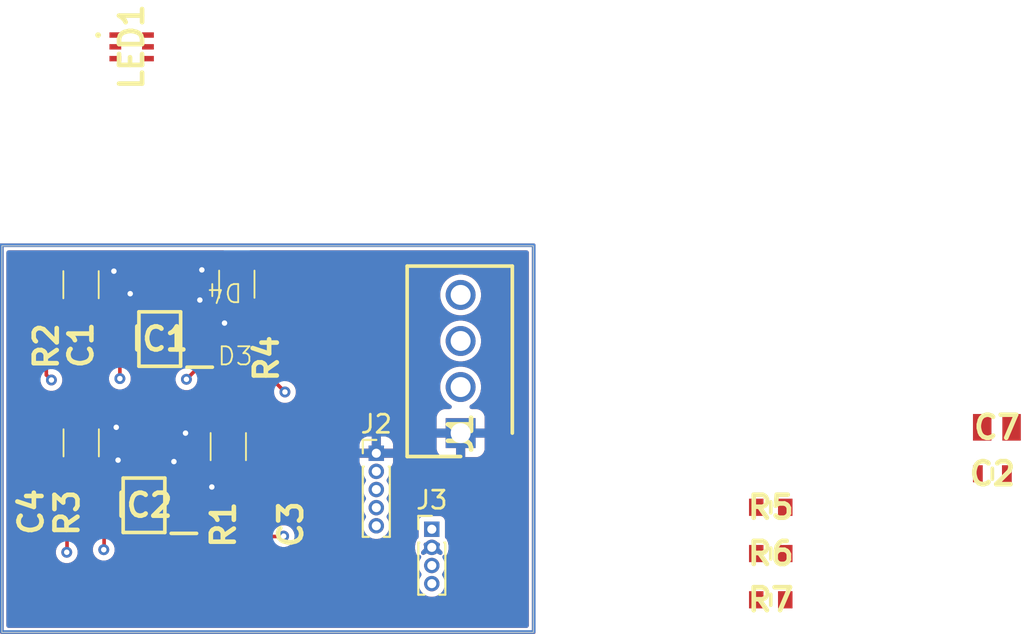
<source format=kicad_pcb>
(kicad_pcb (version 20241229) (generator "pcbnew") (generator_version "9.0")
  (layers (0 "F.Cu" signal) (4 "In1.Cu" signal) (6 "In2.Cu" signal) (2 "B.Cu" signal) (13 "F.Paste" user) (15 "B.Paste" user) (5 "F.SilkS" user "F.Silkscreen") (7 "B.SilkS" user "B.Silkscreen") (1 "F.Mask" user) (3 "B.Mask" user) (25 "Edge.Cuts" user))
  (net 0 "")
  (net 2 "Net-(D2-K)")
  (net 3 "Net-(D3-K)")
  (net 4 "Net-(D4-K)")
  (net 5 "Net-(D1-K)")
  (net 6 "/3.3V")
  (net 7 "/Out1B")
  (net 8 "/Out2A")
  (net 9 "/Out2B")
  (net 10 "/Out1A")
  (net 11 "GND")
  (net 12 "Net-(J3-Pin_1)")
  (net 13 "Net-(J3-Pin_4)")
  (net 14 "Net-(J3-Pin_3)")
  (footprint "CUSTOM_LIBRARY:SD019-141-411" (layer "F.Cu") (at 125.534999 66.527502)
    (property "Reference" "D1" (hide yes))
    (property "Value" "SD019-141-411" (hide yes))
    (fp_line (start -1.352148 3.741684) (end -1.352148 5.241684) (stroke (width 0.1)) (layer "F.SilkS"))
    (fp_line (start 0.597046 5.241684) (end 0.597046 3.741684) (stroke (width 0.1)) (layer "F.SilkS"))
    (pad "1" smd roundrect (at -0.375 3.725) (size 1.35 0.75) (layers "F.Cu" "F.Mask" "F.Paste" "Eco1.User") (roundrect_rratio 0.15) (net 11 "GND"))
    (pad "2" smd roundrect (at -0.374999 5.274998) (size 1.349998 0.749996) (layers "F.Cu" "F.Mask" "F.Paste") (roundrect_rratio 0.15) (net 5 "Net-(D1-K)"))
  )
  (footprint "CUSTOM_LIBRARY:SD019-141-411" (layer "F.Cu") (at 116.944999 66.555002)
    (property "Reference" "D2" (hide yes))
    (property "Value" "SD019-141-411" (hide yes))
    (fp_line (start -1.352148 3.741684) (end -1.352148 5.241684) (stroke (width 0.1)) (layer "F.SilkS"))
    (fp_line (start 0.597046 5.241684) (end 0.597046 3.741684) (stroke (width 0.1)) (layer "F.SilkS"))
    (pad "1" smd roundrect (at -0.375 3.725) (size 1.35 0.75) (layers "F.Cu" "F.Mask" "F.Paste" "Eco1.User") (roundrect_rratio 0.15) (net 11 "GND"))
    (pad "2" smd roundrect (at -0.374999 5.274998) (size 1.349998 0.749996) (layers "F.Cu" "F.Mask" "F.Paste") (roundrect_rratio 0.15) (net 2 "Net-(D2-K)"))
  )
  (footprint "CUSTOM_LIBRARY:SOP65P490X110-8N" (layer "F.Cu") (at 120.040674 83.208423 180)
    (property "Reference" "IC2" (at 0 0 0) (layer "F.SilkS") (effects (font (size 1.27 1.27) (thickness 0.254))))
    (property "Value" "MCP6002-E_MS" (hide yes))
    (fp_line (start 1.15 1.5) (end -1.15 1.5) (stroke (width 0.2)) (layer "F.SilkS"))
    (fp_line (start 1.15 -1.5) (end 1.15 1.5) (stroke (width 0.2)) (layer "F.SilkS"))
    (fp_line (start -1.15 1.5) (end -1.15 -1.5) (stroke (width 0.2)) (layer "F.SilkS"))
    (fp_line (start -1.15 -1.5) (end 1.15 -1.5) (stroke (width 0.2)) (layer "F.SilkS"))
    (fp_line (start -2.9 -1.55) (end -1.5 -1.55) (stroke (width 0.2)) (layer "F.SilkS"))
    (pad "1" smd rect (at -2.2 -0.975 270) (size 0.45 1.4) (layers "F.Cu" "F.Mask" "F.Paste") (net 8 "/Out2A"))
    (pad "2" smd rect (at -2.2 -0.325 270) (size 0.45 1.4) (layers "F.Cu" "F.Mask" "F.Paste") (net 3 "Net-(D3-K)"))
    (pad "3" smd rect (at -2.2 0.325 270) (size 0.45 1.4) (layers "F.Cu" "F.Mask" "F.Paste") (net 11 "GND"))
    (pad "4" smd rect (at -2.2 0.975 270) (size 0.45 1.4) (layers "F.Cu" "F.Mask" "F.Paste") (net 11 "GND"))
    (pad "5" smd rect (at 2.2 0.975 270) (size 0.45 1.4) (layers "F.Cu" "F.Mask" "F.Paste") (net 11 "GND"))
    (pad "6" smd rect (at 2.2 0.325 270) (size 0.45 1.4) (layers "F.Cu" "F.Mask" "F.Paste") (net 4 "Net-(D4-K)"))
    (pad "7" smd rect (at 2.2 -0.325 270) (size 0.45 1.4) (layers "F.Cu" "F.Mask" "F.Paste") (net 9 "/Out2B"))
    (pad "8" smd rect (at 2.2 -0.975 270) (size 0.45 1.4) (layers "F.Cu" "F.Mask" "F.Paste") (net 6 "/3.3V"))
  )
  (footprint "CUSTOM_LIBRARY:RESC1608X55N" (layer "F.Cu") (at 154.6 83.32)
    (property "Reference" "R5" (at 0 0 0) (layer "F.SilkS") (effects (font (size 1.27 1.27) (thickness 0.254))))
    (property "Value" "RC0603JR-0710KL" (hide yes))
    (fp_line (start 0 -0.3) (end 0 0.3) (stroke (width 0.2)) (layer "F.SilkS"))
    (pad "1" smd rect (at -0.8 0) (size 0.8 0.95) (layers "F.Cu" "F.Mask" "F.Paste") (net 12 "Net-(J3-Pin_1)"))
    (pad "2" smd rect (at 0.8 0) (size 0.8 0.95) (layers "F.Cu" "F.Mask" "F.Paste") (net 6 "/3.3V"))
  )
  (footprint "CUSTOM_LIBRARY:CAPC1608X90N" (layer "F.Cu") (at 125.054366 75.060871 90)
    (property "Reference" "C8" (hide yes))
    (property "Value" "06031A151JAT2A" (hide yes))
    (pad "1" smd rect (at -0.7 0 90) (size 0.78 0.99) (layers "F.Cu" "F.Mask" "F.Paste") (net 10 "/Out1A"))
    (pad "2" smd rect (at 0.7 0 90) (size 0.78 0.99) (layers "F.Cu" "F.Mask" "F.Paste") (net 5 "Net-(D1-K)"))
  )
  (footprint "CUSTOM_LIBRARY:SHDR4W64P0X254_1X4_1020X580X1175P" (layer "F.Cu") (at 137.5 79.23 90)
    (property "Reference" "J1" (at 0 0 90) (layer "F.SilkS") (effects (font (size 1.27 1.27) (thickness 0.254))))
    (property "Value" "Conn_01x02" (hide yes))
    (fp_line (start 9.21 -2.95) (end -1.29 -2.95) (stroke (width 0.2)) (layer "F.SilkS"))
    (fp_line (start -1.29 -2.95) (end -1.29 0) (stroke (width 0.2)) (layer "F.SilkS"))
    (fp_line (start 9.21 2.85) (end 9.21 -2.95) (stroke (width 0.2)) (layer "F.SilkS"))
    (fp_line (start 0 2.85) (end 9.21 2.85) (stroke (width 0.2)) (layer "F.SilkS"))
    (pad "1" thru_hole rect (at 0 0 90) (size 1.65 1.65) (drill 1.1) (layers "*.Cu" "*.Mask") (net 11 "GND"))
    (pad "2" thru_hole circle (at 2.54 0 90) (size 1.65 1.65) (drill 1.1) (layers "*.Cu" "*.Mask") (net 6 "/3.3V"))
    (pad "3" thru_hole circle (at 5.08 0 90) (size 1.65 1.65) (drill 1.1) (layers "*.Cu" "*.Mask"))
    (pad "4" thru_hole circle (at 7.62 0 90) (size 1.65 1.65) (drill 1.1) (layers "*.Cu" "*.Mask"))
  )
  (footprint "CUSTOM_LIBRARY:CAPC1608X90N" (layer "F.Cu") (at 126.262136 84.23 90)
    (property "Reference" "C3" (at -0.03 1.87 90) (layer "F.SilkS") (effects (font (size 1.27 1.27) (thickness 0.254))))
    (property "Value" "06031A151JAT2A" (hide yes))
    (pad "1" smd rect (at -0.7 0 90) (size 0.78 0.99) (layers "F.Cu" "F.Mask" "F.Paste") (net 8 "/Out2A"))
    (pad "2" smd rect (at 0.7 0 90) (size 0.78 0.99) (layers "F.Cu" "F.Mask" "F.Paste") (net 3 "Net-(D3-K)"))
  )
  (footprint "CUSTOM_LIBRARY:RESC1608X55N" (layer "F.Cu") (at 154.6 85.87)
    (property "Reference" "R6" (at 0 0 0) (layer "F.SilkS") (effects (font (size 1.27 1.27) (thickness 0.254))))
    (property "Value" "RC0603JR-0710KL" (hide yes))
    (fp_line (start 0 -0.3) (end 0 0.3) (stroke (width 0.2)) (layer "F.SilkS"))
    (pad "1" smd rect (at -0.8 0) (size 0.8 0.95) (layers "F.Cu" "F.Mask" "F.Paste") (net 14 "Net-(J3-Pin_3)"))
    (pad "2" smd rect (at 0.8 0) (size 0.8 0.95) (layers "F.Cu" "F.Mask" "F.Paste") (net 6 "/3.3V"))
  )
  (footprint "CUSTOM_LIBRARY:RESC1608X55N" (layer "F.Cu") (at 154.6 88.42)
    (property "Reference" "R7" (at 0 0 0) (layer "F.SilkS") (effects (font (size 1.27 1.27) (thickness 0.254))))
    (property "Value" "RC0603JR-0710KL" (hide yes))
    (fp_line (start 0 -0.3) (end 0 0.3) (stroke (width 0.2)) (layer "F.SilkS"))
    (pad "1" smd rect (at -0.8 0) (size 0.8 0.95) (layers "F.Cu" "F.Mask" "F.Paste") (net 13 "Net-(J3-Pin_4)"))
    (pad "2" smd rect (at 0.8 0) (size 0.8 0.95) (layers "F.Cu" "F.Mask" "F.Paste") (net 6 "/3.3V"))
  )
  (footprint "CUSTOM_LIBRARY:RESC1608X50N" (layer "F.Cu") (at 115.796717 83.629264 -90)
    (property "Reference" "R3" (at 0 0 90) (layer "F.SilkS") (effects (font (size 1.27 1.27) (thickness 0.254))))
    (property "Value" "CRCW0603100KFKEA" (hide yes))
    (pad "1" smd rect (at -0.75 0 270) (size 0.85 1) (layers "F.Cu" "F.Mask" "F.Paste") (net 4 "Net-(D4-K)"))
    (pad "2" smd rect (at 0.75 0 270) (size 0.85 1) (layers "F.Cu" "F.Mask" "F.Paste") (net 9 "/Out2B"))
  )
  (footprint "CUSTOM_LIBRARY:SOP65P490X110-8N" (layer "F.Cu") (at 120.91 74.0425 180)
    (property "Reference" "IC1" (at 0 0 0) (layer "F.SilkS") (effects (font (size 1.27 1.27) (thickness 0.254))))
    (property "Value" "MCP6002-E_MS" (hide yes))
    (fp_line (start 1.15 1.5) (end -1.15 1.5) (stroke (width 0.2)) (layer "F.SilkS"))
    (fp_line (start 1.15 -1.5) (end 1.15 1.5) (stroke (width 0.2)) (layer "F.SilkS"))
    (fp_line (start -1.15 1.5) (end -1.15 -1.5) (stroke (width 0.2)) (layer "F.SilkS"))
    (fp_line (start -1.15 -1.5) (end 1.15 -1.5) (stroke (width 0.2)) (layer "F.SilkS"))
    (fp_line (start -2.9 -1.55) (end -1.5 -1.55) (stroke (width 0.2)) (layer "F.SilkS"))
    (pad "1" smd rect (at -2.2 -0.975 270) (size 0.45 1.4) (layers "F.Cu" "F.Mask" "F.Paste") (net 10 "/Out1A"))
    (pad "2" smd rect (at -2.2 -0.325 270) (size 0.45 1.4) (layers "F.Cu" "F.Mask" "F.Paste") (net 5 "Net-(D1-K)"))
    (pad "3" smd rect (at -2.2 0.325 270) (size 0.45 1.4) (layers "F.Cu" "F.Mask" "F.Paste") (net 11 "GND"))
    (pad "4" smd rect (at -2.2 0.975 270) (size 0.45 1.4) (layers "F.Cu" "F.Mask" "F.Paste") (net 11 "GND"))
    (pad "5" smd rect (at 2.2 0.975 270) (size 0.45 1.4) (layers "F.Cu" "F.Mask" "F.Paste") (net 11 "GND"))
    (pad "6" smd rect (at 2.2 0.325 270) (size 0.45 1.4) (layers "F.Cu" "F.Mask" "F.Paste") (net 2 "Net-(D2-K)"))
    (pad "7" smd rect (at 2.2 -0.325 270) (size 0.45 1.4) (layers "F.Cu" "F.Mask" "F.Paste") (net 7 "/Out1B"))
    (pad "8" smd rect (at 2.2 -0.975 270) (size 0.45 1.4) (layers "F.Cu" "F.Mask" "F.Paste") (net 6 "/3.3V"))
  )
  (footprint "CUSTOM_LIBRARY:SD019-141-411" (layer "F.Cu") (at 125.065674 75.483423)
    (property "Reference" "D3" (at 0 -0.5 0) (layer "F.SilkS") (effects (font (thickness 0.1))))
    (property "Value" "SD019-141-411")
    (fp_line (start -1.352148 3.741684) (end -1.352148 5.241684) (stroke (width 0.1)) (layer "F.SilkS"))
    (fp_line (start 0.597046 5.241684) (end 0.597046 3.741684) (stroke (width 0.1)) (layer "F.SilkS"))
    (pad "1" smd roundrect (at -0.375 3.725) (size 1.35 0.75) (layers "F.Cu" "F.Mask" "F.Paste" "Eco1.User") (roundrect_rratio 0.15) (net 11 "GND"))
    (pad "2" smd roundrect (at -0.374999 5.274998) (size 1.349998 0.749996) (layers "F.Cu" "F.Mask" "F.Paste") (roundrect_rratio 0.15) (net 3 "Net-(D3-K)"))
  )
  (footprint "CUSTOM_LIBRARY:CAPC1608X80N" (layer "F.Cu") (at 166.82 81.47)
    (property "Reference" "C2" (at 0 0 0) (layer "F.SilkS") (effects (font (size 1.27 1.27) (thickness 0.254))))
    (property "Value" "C1608X5R1E475K080AC" (hide yes))
    (fp_line (start 0 -0.3) (end 0 0.3) (stroke (width 0.2)) (layer "F.SilkS"))
    (pad "1" smd rect (at -0.8 0) (size 0.54 0.94) (layers "F.Cu" "F.Mask" "F.Paste") (net 6 "/3.3V"))
    (pad "2" smd rect (at 0.8 0) (size 0.54 0.94) (layers "F.Cu" "F.Mask" "F.Paste") (net 11 "GND"))
  )
  (footprint "CUSTOM_LIBRARY:CAPC2012X94N" (layer "F.Cu") (at 167.07 78.91)
    (property "Reference" "C7" (at 0 0 0) (layer "F.SilkS") (effects (font (size 1.27 1.27) (thickness 0.254))))
    (property "Value" "KAM21BR71H104JM" (hide yes))
    (pad "1" smd rect (at -0.81 0) (size 1.02 1.47) (layers "F.Cu" "F.Mask" "F.Paste") (net 6 "/3.3V"))
    (pad "2" smd rect (at 0.81 0) (size 1.02 1.47) (layers "F.Cu" "F.Mask" "F.Paste") (net 11 "GND"))
  )
  (footprint "Connector_PinHeader_1.00mm:PinHeader_1x05_P1.00mm_Vertical" (layer "F.Cu") (at 132.85 80.34)
    (property "Reference" "J2" (at 0 -1.61 0) (layer "F.SilkS"))
    (property "Value" "Conn_01x05")
    (fp_line (start -0.745 -0.735) (end 0 -0.735) (stroke (width 0.12)) (layer "F.SilkS"))
    (fp_line (start -0.745 0) (end -0.745 -0.735) (stroke (width 0.12)) (layer "F.SilkS"))
    (fp_line (start -0.745 0.735) (end -0.745 4.61) (stroke (width 0.12)) (layer "F.SilkS"))
    (fp_line (start -0.745 0.735) (end -0.685565 0.735) (stroke (width 0.12)) (layer "F.SilkS"))
    (fp_line (start -0.745 4.61) (end -0.41003 4.61) (stroke (width 0.12)) (layer "F.SilkS"))
    (fp_line (start 0.41003 4.61) (end 0.745 4.61) (stroke (width 0.12)) (layer "F.SilkS"))
    (fp_line (start 0.685565 0.735) (end 0.745 0.735) (stroke (width 0.12)) (layer "F.SilkS"))
    (fp_line (start 0.745 0.735) (end 0.745 4.61) (stroke (width 0.12)) (layer "F.SilkS"))
    (pad "1" thru_hole rect (at 0 0) (size 0.85 0.85) (drill 0.5) (layers "*.Cu" "*.Mask") (net 11 "GND"))
    (pad "2" thru_hole circle (at 0 1) (size 0.85 0.85) (drill 0.5) (layers "*.Cu" "*.Mask") (net 10 "/Out1A"))
    (pad "3" thru_hole circle (at 0 2) (size 0.85 0.85) (drill 0.5) (layers "*.Cu" "*.Mask") (net 7 "/Out1B"))
    (pad "4" thru_hole circle (at 0 3) (size 0.85 0.85) (drill 0.5) (layers "*.Cu" "*.Mask") (net 8 "/Out2A"))
    (pad "5" thru_hole circle (at 0 4) (size 0.85 0.85) (drill 0.5) (layers "*.Cu" "*.Mask") (net 9 "/Out2B"))
  )
  (footprint "CUSTOM_LIBRARY:LTR390UV01" (layer "F.Cu") (at 119.36 57.93 -90)
    (property "Reference" "LED1" (at 0 0 90) (layer "F.SilkS") (effects (font (size 1.27 1.27) (thickness 0.254))))
    (property "Value" "LTR-390UV-01" (hide yes))
    (fp_line (start -0.65 1.9) (end -0.65 1.9) (stroke (width 0.2)) (layer "F.SilkS"))
    (fp_line (start -0.65 1.9) (end -0.65 1.9) (stroke (width 0.2)) (layer "F.SilkS"))
    (fp_line (start -0.65 1.8) (end -0.65 1.8) (stroke (width 0.2)) (layer "F.SilkS"))
    (fp_arc (start -0.65 1.9) (mid -0.7 1.85) (end -0.65 1.8) (stroke (width 0.2)) (layer "F.SilkS"))
    (fp_arc (start -0.65 1.8) (mid -0.6 1.85) (end -0.65 1.9) (stroke (width 0.2)) (layer "F.SilkS"))
    (fp_arc (start -0.65 1.8) (mid -0.6 1.85) (end -0.65 1.9) (stroke (width 0.2)) (layer "F.SilkS"))
    (pad "1" smd rect (at -0.65 0.9 270) (size 0.3 0.65) (layers "F.Cu" "F.Mask" "F.Paste") (net 6 "/3.3V"))
    (pad "2" smd rect (at 0 0.9 270) (size 0.3 0.65) (layers "F.Cu" "F.Mask" "F.Paste"))
    (pad "3" smd rect (at 0.65 0.9 270) (size 0.3 0.65) (layers "F.Cu" "F.Mask" "F.Paste") (net 11 "GND"))
    (pad "4" smd rect (at 0.65 -0.9 270) (size 0.3 0.65) (layers "F.Cu" "F.Mask" "F.Paste") (net 13 "Net-(J3-Pin_4)"))
    (pad "5" smd rect (at 0 -0.9 270) (size 0.3 0.65) (layers "F.Cu" "F.Mask" "F.Paste") (net 14 "Net-(J3-Pin_3)"))
    (pad "6" smd rect (at -0.65 -0.9 270) (size 0.3 0.65) (layers "F.Cu" "F.Mask" "F.Paste") (net 12 "Net-(J3-Pin_1)"))
  )
  (footprint "CUSTOM_LIBRARY:CAPC1608X90N" (layer "F.Cu") (at 116.564834 74.376625 -90)
    (property "Reference" "C1" (at 0 0 90) (layer "F.SilkS") (effects (font (size 1.27 1.27) (thickness 0.254))))
    (property "Value" "06031A151JAT2A" (hide yes))
    (pad "1" smd rect (at -0.7 0 270) (size 0.78 0.99) (layers "F.Cu" "F.Mask" "F.Paste") (net 2 "Net-(D2-K)"))
    (pad "2" smd rect (at 0.7 0 270) (size 0.78 0.99) (layers "F.Cu" "F.Mask" "F.Paste") (net 7 "/Out1B"))
  )
  (footprint "CUSTOM_LIBRARY:RESC1608X50N" (layer "F.Cu") (at 114.654108 74.436424 -90)
    (property "Reference" "R2" (at 0 0 90) (layer "F.SilkS") (effects (font (size 1.27 1.27) (thickness 0.254))))
    (property "Value" "CRCW0603100KFKEA" (hide yes))
    (pad "1" smd rect (at -0.75 0 270) (size 0.85 1) (layers "F.Cu" "F.Mask" "F.Paste") (net 2 "Net-(D2-K)"))
    (pad "2" smd rect (at 0.75 0 270) (size 0.85 1) (layers "F.Cu" "F.Mask" "F.Paste") (net 7 "/Out1B"))
  )
  (footprint "CUSTOM_LIBRARY:SD019-141-411" (layer "F.Cu") (at 116.955 75.275)
    (property "Reference" "D4" (at 7.54 -3.8075 180) (layer "F.SilkS") (effects (font (thickness 0.1))))
    (property "Value" "WP7113PD1BT/BD-P22")
    (fp_line (start -1.352148 3.741684) (end -1.352148 5.241684) (stroke (width 0.1)) (layer "F.SilkS"))
    (fp_line (start 0.597046 5.241684) (end 0.597046 3.741684) (stroke (width 0.1)) (layer "F.SilkS"))
    (pad "1" smd roundrect (at -0.375 3.725) (size 1.35 0.75) (layers "F.Cu" "F.Mask" "F.Paste" "Eco1.User") (roundrect_rratio 0.15) (net 11 "GND"))
    (pad "2" smd roundrect (at -0.374999 5.274998) (size 1.349998 0.749996) (layers "F.Cu" "F.Mask" "F.Paste") (roundrect_rratio 0.15) (net 4 "Net-(D4-K)"))
  )
  (footprint "CUSTOM_LIBRARY:RESC1608X50N" (layer "F.Cu") (at 126.788717 75.114571 90)
    (property "Reference" "R4" (at 0 0 90) (layer "F.SilkS") (effects (font (size 1.27 1.27) (thickness 0.254))))
    (property "Value" "CRCW0603100KFKEA" (hide yes))
    (pad "1" smd rect (at -0.75 0 90) (size 0.85 1) (layers "F.Cu" "F.Mask" "F.Paste") (net 10 "/Out1A"))
    (pad "2" smd rect (at 0.75 0 90) (size 0.85 1) (layers "F.Cu" "F.Mask" "F.Paste") (net 5 "Net-(D1-K)"))
  )
  (footprint "CUSTOM_LIBRARY:RESC1608X50N" (layer "F.Cu") (at 124.42 84.28 90)
    (property "Reference" "R1" (at 0 0 90) (layer "F.SilkS") (effects (font (size 1.27 1.27) (thickness 0.254))))
    (property "Value" "CRCW0603100KFKEA" (hide yes))
    (pad "1" smd rect (at -0.75 0 90) (size 0.85 1) (layers "F.Cu" "F.Mask" "F.Paste") (net 8 "/Out2A"))
    (pad "2" smd rect (at 0.75 0 90) (size 0.85 1) (layers "F.Cu" "F.Mask" "F.Paste") (net 3 "Net-(D3-K)"))
  )
  (footprint "Connector_PinHeader_1.00mm:PinHeader_1x04_P1.00mm_Vertical" (layer "F.Cu") (at 135.91 84.53)
    (property "Reference" "J3" (at 0 -1.61 0) (layer "F.SilkS"))
    (property "Value" "Conn_01x04")
    (fp_line (start -0.745 -0.735) (end 0 -0.735) (stroke (width 0.12)) (layer "F.SilkS"))
    (fp_line (start -0.745 0) (end -0.745 -0.735) (stroke (width 0.12)) (layer "F.SilkS"))
    (fp_line (start -0.745 0.735) (end -0.745 3.61) (stroke (width 0.12)) (layer "F.SilkS"))
    (fp_line (start -0.745 0.735) (end -0.685565 0.735) (stroke (width 0.12)) (layer "F.SilkS"))
    (fp_line (start -0.745 3.61) (end -0.41003 3.61) (stroke (width 0.12)) (layer "F.SilkS"))
    (fp_line (start 0.41003 3.61) (end 0.745 3.61) (stroke (width 0.12)) (layer "F.SilkS"))
    (fp_line (start 0.685565 0.735) (end 0.745 0.735) (stroke (width 0.12)) (layer "F.SilkS"))
    (fp_line (start 0.745 0.735) (end 0.745 3.61) (stroke (width 0.12)) (layer "F.SilkS"))
    (pad "1" thru_hole rect (at 0 0) (size 0.85 0.85) (drill 0.5) (layers "*.Cu" "*.Mask") (net 12 "Net-(J3-Pin_1)"))
    (pad "2" thru_hole circle (at 0 1) (size 0.85 0.85) (drill 0.5) (layers "*.Cu" "*.Mask") (net 11 "GND"))
    (pad "3" thru_hole circle (at 0 2) (size 0.85 0.85) (drill 0.5) (layers "*.Cu" "*.Mask") (net 14 "Net-(J3-Pin_3)"))
    (pad "4" thru_hole circle (at 0 3) (size 0.85 0.85) (drill 0.5) (layers "*.Cu" "*.Mask") (net 13 "Net-(J3-Pin_4)"))
  )
  (footprint "CUSTOM_LIBRARY:CAPC1608X90N" (layer "F.Cu") (at 113.815053 83.573249 -90)
    (property "Reference" "C4" (at 0 0 90) (layer "F.SilkS") (effects (font (size 1.27 1.27) (thickness 0.254))))
    (property "Value" "06031A151JAT2A" (hide yes))
    (pad "1" smd rect (at -0.7 0 270) (size 0.78 0.99) (layers "F.Cu" "F.Mask" "F.Paste") (net 4 "Net-(D4-K)"))
    (pad "2" smd rect (at 0.7 0 270) (size 0.78 0.99) (layers "F.Cu" "F.Mask" "F.Paste") (net 9 "/Out2B"))
  )
  (gr_rect (start 112.2 68.87) (end 141.53 90.22) (stroke (width 0.2)) (fill no) (layer "F.Cu") (net 11))
  (gr_rect (start 112.2 68.87) (end 141.53 90.2) (stroke (width 0.2)) (fill no) (layer "B.Cu") (net 11))
  (gr_rect (start 112.2 68.9) (end 141.51 90.22) (stroke (width 0.05)) (fill no) (layer "Edge.Cuts"))
  (segment (start 116.57 73.671459) (end 116.564834 73.676625) (width 0.2) (layer "F.Cu") (net 2))
  (segment (start 117.1 73.7175) (end 116.605709 73.7175) (width 0.2) (layer "F.Cu") (net 2))
  (segment (start 118.71 73.7175) (end 117.1 73.7175) (width 0.2) (layer "F.Cu") (net 2))
  (segment (start 117.81 73.7175) (end 118.71 73.7175) (width 0.2) (layer "F.Cu") (net 2))
  (segment (start 118.69 73.6975) (end 118.71 73.7175) (width 0.2) (layer "F.Cu") (net 2))
  (segment (start 116.564834 73.676625) (end 114.663907 73.676625) (width 0.2) (layer "F.Cu") (net 2))
  (segment (start 116.605709 73.7175) (end 116.564834 73.676625) (width 0.2) (layer "F.Cu") (net 2))
  (segment (start 116.57 71.83) (end 116.57 73.671459) (width 0.2) (layer "F.Cu") (net 2))
  (segment (start 124.690675 83.259325) (end 124.42 83.53) (width 0.2) (layer "F.Cu") (net 3))
  (segment (start 122.240674 83.533423) (end 124.416577 83.533423) (width 0.2) (layer "F.Cu") (net 3))
  (segment (start 124.416577 83.533423) (end 124.42 83.53) (width 0.2) (layer "F.Cu") (net 3))
  (segment (start 126.268713 83.523423) (end 126.262136 83.53) (width 0.2) (layer "F.Cu") (net 3))
  (segment (start 124.690675 80.758421) (end 124.690675 83.259325) (width 0.2) (layer "F.Cu") (net 3))
  (segment (start 124.42 83.53) (end 126.262136 83.53) (width 0.2) (layer "F.Cu") (net 3))
  (segment (start 115.796717 82.879264) (end 113.821068 82.879264) (width 0.2) (layer "F.Cu") (net 4))
  (segment (start 116.200487 82.879264) (end 115.796717 82.879264) (width 0.2) (layer "F.Cu") (net 4))
  (segment (start 113.821068 82.879264) (end 113.815053 82.873249) (width 0.2) (layer "F.Cu") (net 4))
  (segment (start 115.800876 82.883423) (end 115.796717 82.879264) (width 0.2) (layer "F.Cu") (net 4))
  (segment (start 116.580001 80.549998) (end 116.580001 82.49975) (width 0.2) (layer "F.Cu") (net 4))
  (segment (start 116.963674 82.883423) (end 117.840674 82.883423) (width 0.2) (layer "F.Cu") (net 4))
  (segment (start 116.580001 82.49975) (end 116.200487 82.879264) (width 0.2) (layer "F.Cu") (net 4))
  (segment (start 117.840674 82.883423) (end 115.800876 82.883423) (width 0.2) (layer "F.Cu") (net 4))
  (segment (start 116.580001 82.49975) (end 116.963674 82.883423) (width 0.2) (layer "F.Cu") (net 4))
  (segment (start 125.16 71.8025) (end 125.16 74.255237) (width 0.2) (layer "F.Cu") (net 5))
  (segment (start 125.047737 74.3675) (end 125.054366 74.360871) (width 0.2) (layer "F.Cu") (net 5))
  (segment (start 123.987 74.3675) (end 123.11 74.3675) (width 0.2) (layer "F.Cu") (net 5))
  (segment (start 125.054366 74.360871) (end 126.785017 74.360871) (width 0.2) (layer "F.Cu") (net 5))
  (segment (start 123.11 74.3675) (end 125.047737 74.3675) (width 0.2) (layer "F.Cu") (net 5))
  (segment (start 125.16 74.255237) (end 125.054366 74.360871) (width 0.2) (layer "F.Cu") (net 5))
  (segment (start 126.785017 74.360871) (end 126.788717 74.364571) (width 0.2) (layer "F.Cu") (net 5))
  (segment (start 117.840674 85.638423) (end 117.820674 85.658423) (width 0.2) (layer "F.Cu") (net 6))
  (segment (start 117.840674 84.183423) (end 117.840674 85.638423) (width 0.2) (layer "F.Cu") (net 6))
  (segment (start 118.71 75.0175) (end 118.71 76.2225) (width 0.2) (layer "F.Cu") (net 6))
  (segment (start 126.02 76.2) (end 126.01 76.19) (width 0.2) (layer "F.Cu") (net 6))
  (via (at 117.820674 85.658423) (size 0.6) (drill 0.3) (layers "F.Cu" "B.Cu") (net 6))
  (via (at 118.71 76.2225) (size 0.6) (drill 0.3) (layers "F.Cu" "B.Cu") (net 6))
  (segment (start 118.68 74.3975) (end 118.71 74.3675) (width 0.2) (layer "F.Cu") (net 7))
  (segment (start 117.725 74.3675) (end 117.015875 75.076625) (width 0.2) (layer "F.Cu") (net 7))
  (segment (start 114.654108 76.020708) (end 114.935 76.3016) (width 0.2) (layer "F.Cu") (net 7))
  (segment (start 114.654108 75.186424) (end 114.654108 76.020708) (width 0.2) (layer "F.Cu") (net 7))
  (segment (start 116.564834 75.076625) (end 114.763907 75.076625) (width 0.2) (layer "F.Cu") (net 7))
  (segment (start 117.015875 75.076625) (end 116.564834 75.076625) (width 0.2) (layer "F.Cu") (net 7))
  (segment (start 118.71 74.3675) (end 117.725 74.3675) (width 0.2) (layer "F.Cu") (net 7))
  (segment (start 114.763907 75.076625) (end 114.654108 75.186424) (width 0.2) (layer "F.Cu") (net 7))
  (via (at 114.935 76.3016) (size 0.6) (drill 0.3) (layers "F.Cu" "B.Cu") (net 7))
  (segment (start 127.72 84.93) (end 127.74 84.91) (width 0.2) (layer "F.Cu") (net 8))
  (segment (start 122.240674 84.183423) (end 123.573423 84.183423) (width 0.2) (layer "F.Cu") (net 8))
  (segment (start 126.162136 85.03) (end 126.262136 84.93) (width 0.2) (layer "F.Cu") (net 8))
  (segment (start 123.573423 84.183423) (end 124.42 85.03) (width 0.2) (layer "F.Cu") (net 8))
  (segment (start 124.42 85.03) (end 126.162136 85.03) (width 0.2) (layer "F.Cu") (net 8))
  (segment (start 126.262136 84.93) (end 127.72 84.93) (width 0.2) (layer "F.Cu") (net 8))
  (via (at 127.74 84.91) (size 0.6) (drill 0.3) (layers "F.Cu" "B.Cu") (net 8))
  (segment (start 113.815053 84.273249) (end 115.690702 84.273249) (width 0.2) (layer "F.Cu") (net 9))
  (segment (start 117.840674 83.533423) (end 116.642558 83.533423) (width 0.2) (layer "F.Cu") (net 9))
  (segment (start 116.642558 83.533423) (end 115.796717 84.379264) (width 0.2) (layer "F.Cu") (net 9))
  (segment (start 115.690702 84.273249) (end 115.796717 84.379264) (width 0.2) (layer "F.Cu") (net 9))
  (segment (start 115.796717 85.783283) (end 115.78 85.8) (width 0.2) (layer "F.Cu") (net 9))
  (segment (start 115.796717 84.379264) (end 115.796717 85.783283) (width 0.2) (layer "F.Cu") (net 9))
  (via (at 115.78 85.8) (size 0.6) (drill 0.3) (layers "F.Cu" "B.Cu") (net 9))
  (segment (start 125.054366 75.760871) (end 126.685017 75.760871) (width 0.2) (layer "F.Cu") (net 10))
  (segment (start 126.788717 75.937917) (end 127.8128 76.962) (width 0.2) (layer "F.Cu") (net 10))
  (segment (start 123.11 75.0175) (end 123.11 75.5325) (width 0.2) (layer "F.Cu") (net 10))
  (segment (start 126.788717 75.864571) (end 126.788717 75.937917) (width 0.2) (layer "F.Cu") (net 10))
  (segment (start 123.78 75.0225) (end 124.518371 75.760871) (width 0.2) (layer "F.Cu") (net 10))
  (segment (start 124.518371 75.760871) (end 125.054366 75.760871) (width 0.2) (layer "F.Cu") (net 10))
  (segment (start 126.685017 75.760871) (end 126.788717 75.864571) (width 0.2) (layer "F.Cu") (net 10))
  (segment (start 123.115 75.0225) (end 123.78 75.0225) (width 0.2) (layer "F.Cu") (net 10))
  (segment (start 123.11 75.5325) (end 122.38 76.2625) (width 0.2) (layer "F.Cu") (net 10))
  (segment (start 123.11 75.0175) (end 123.115 75.0225) (width 0.2) (layer "F.Cu") (net 10))
  (via (at 122.38 76.2625) (size 0.6) (drill 0.3) (layers "F.Cu" "B.Cu") (net 10))
  (via (at 127.8128 76.962) (size 0.6) (drill 0.3) (layers "F.Cu" "B.Cu") (net 10))
  (segment (start 121.9 80.94) (end 121.76 80.8) (width 0.2) (layer "F.Cu") (net 11))
  (segment (start 116.569999 70.280002) (end 118.360002 70.280002) (width 0.2) (layer "F.Cu") (net 11))
  (segment (start 122.351577 79.208423) (end 122.33 79.23) (width 0.2) (layer "F.Cu") (net 11))
  (segment (start 118.360002 70.280002) (end 118.38 70.3) (width 0.2) (layer "F.Cu") (net 11))
  (segment (start 126.786093 72.565875) (end 126.795892 72.556076) (width 0.2) (layer "F.Cu") (net 11))
  (segment (start 123.11 73.7175) (end 123.925 73.7175) (width 0.2) (layer "F.Cu") (net 11))
  (segment (start 122.240674 82.883423) (end 123.096577 82.883423) (width 0.2) (layer "F.Cu") (net 11))
  (segment (start 117.840674 81.489326) (end 118.61 80.72) (width 0.2) (layer "F.Cu") (net 11))
  (segment (start 123.096577 82.883423) (end 123.78 82.2) (width 0.2) (layer "F.Cu") (net 11))
  (segment (start 122.240674 81.280674) (end 121.9 80.94) (width 0.2) (layer "F.Cu") (net 11))
  (segment (start 116.58 79) (end 118.42 79) (width 0.2) (layer "F.Cu") (net 11))
  (segment (start 123.11 71.9025) (end 123.12 71.8925) (width 0.2) (layer "F.Cu") (net 11))
  (segment (start 124.690674 79.208423) (end 122.351577 79.208423) (width 0.2) (layer "F.Cu") (net 11))
  (segment (start 118.71 72.1125) (end 119.28 71.5425) (width 0.2) (layer "F.Cu") (net 11))
  (segment (start 123.11 73.0675) (end 123.11 71.9025) (width 0.2) (layer "F.Cu") (net 11))
  (segment (start 121.76 80.8) (end 121.69 80.8) (width 0.2) (layer "F.Cu") (net 11))
  (segment (start 123.925 73.7175) (end 124.48 73.1625) (width 0.2) (layer "F.Cu") (net 11))
  (segment (start 117.840674 82.233423) (end 117.840674 81.489326) (width 0.2) (layer "F.Cu") (net 11))
  (segment (start 122.240674 82.233423) (end 122.240674 81.280674) (width 0.2) (layer "F.Cu") (net 11))
  (segment (start 125.159999 70.252502) (end 123.252502 70.252502) (width 0.2) (layer "F.Cu") (net 11))
  (segment (start 118.42 79) (end 118.51 78.91) (width 0.2) (layer "F.Cu") (net 11))
  (segment (start 123.252502 70.252502) (end 123.23 70.23) (width 0.2) (layer "F.Cu") (net 11))
  (segment (start 118.71 73.0675) (end 118.71 72.1125) (width 0.2) (layer "F.Cu") (net 11))
  (via (at 123.12 71.8925) (size 0.6) (drill 0.3) (layers "F.Cu" "B.Cu") (net 11))
  (via (at 121.69 80.8) (size 0.6) (drill 0.3) (layers "F.Cu" "B.Cu") (net 11))
  (via (at 122.33 79.23) (size 0.6) (drill 0.3) (layers "F.Cu" "B.Cu") (net 11))
  (via (at 124.48 73.1625) (size 0.6) (drill 0.3) (layers "F.Cu" "B.Cu") (net 11))
  (via (at 118.51 78.91) (size 0.6) (drill 0.3) (layers "F.Cu" "B.Cu") (net 11))
  (via (at 118.38 70.3) (size 0.6) (drill 0.3) (layers "F.Cu" "B.Cu") (net 11))
  (via (at 123.78 82.2) (size 0.6) (drill 0.3) (layers "F.Cu" "B.Cu") (net 11))
  (via (at 123.23 70.23) (size 0.6) (drill 0.3) (layers "F.Cu" "B.Cu") (net 11))
  (via (at 118.61 80.72) (size 0.6) (drill 0.3) (layers "F.Cu" "B.Cu") (net 11))
  (via (at 119.28 71.5425) (size 0.6) (drill 0.3) (layers "F.Cu" "B.Cu") (net 11))
  (zone (net 11) (net_name "GND") (layers "F.Cu" "B.Cu" "In1.Cu" "In2.Cu") (priority 1) (connect_pads (clearance 0.3)) (min_thickness 0.25) (fill yes (thermal_gap 0.5) (thermal_bridge_width 0.5))
    (polygon (pts (xy 112.19 68.87) (xy 141.53 68.87) (xy 141.53 90.23) (xy 112.19 90.23)))
  )
  (zone (net 6) (net_name "/3.3V") (layer "B.Cu") (connect_pads (clearance 0.3)) (min_thickness 0.25) (fill yes (thermal_gap 0.5) (thermal_bridge_width 0.5))
    (polygon (pts (xy 112.19 68.87) (xy 141.53 68.87) (xy 141.53 90.23) (xy 112.19 90.23)))
  )
)
</source>
